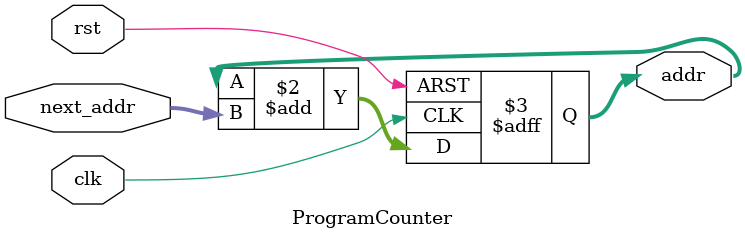
<source format=v>

`timescale 1ns/1ns

module ProgramCounter(clk, rst, next_addr, addr);
    parameter memorySize = 16;
	input clk, rst;
	input [31:0] next_addr;
	output reg [31:0] addr;
	
	
	always @ (posedge clk or posedge rst) begin
		if (rst)
			addr <= 32'b0;
		else if (clk)
			addr <= addr + next_addr;
	end
endmodule

</source>
